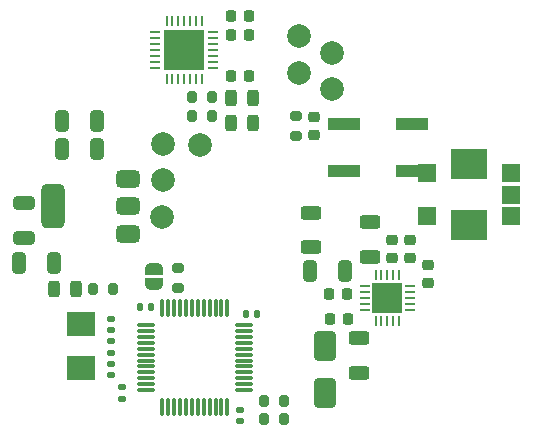
<source format=gbr>
%TF.GenerationSoftware,KiCad,Pcbnew,8.0.6*%
%TF.CreationDate,2025-02-16T20:57:11+01:00*%
%TF.ProjectId,TUSS4470_shield,54555353-3434-4373-905f-736869656c64,rev?*%
%TF.SameCoordinates,Original*%
%TF.FileFunction,Soldermask,Top*%
%TF.FilePolarity,Negative*%
%FSLAX46Y46*%
G04 Gerber Fmt 4.6, Leading zero omitted, Abs format (unit mm)*
G04 Created by KiCad (PCBNEW 8.0.6) date 2025-02-16 20:57:11*
%MOMM*%
%LPD*%
G01*
G04 APERTURE LIST*
G04 Aperture macros list*
%AMRoundRect*
0 Rectangle with rounded corners*
0 $1 Rounding radius*
0 $2 $3 $4 $5 $6 $7 $8 $9 X,Y pos of 4 corners*
0 Add a 4 corners polygon primitive as box body*
4,1,4,$2,$3,$4,$5,$6,$7,$8,$9,$2,$3,0*
0 Add four circle primitives for the rounded corners*
1,1,$1+$1,$2,$3*
1,1,$1+$1,$4,$5*
1,1,$1+$1,$6,$7*
1,1,$1+$1,$8,$9*
0 Add four rect primitives between the rounded corners*
20,1,$1+$1,$2,$3,$4,$5,0*
20,1,$1+$1,$4,$5,$6,$7,0*
20,1,$1+$1,$6,$7,$8,$9,0*
20,1,$1+$1,$8,$9,$2,$3,0*%
%AMFreePoly0*
4,1,19,0.500000,-0.750000,0.000000,-0.750000,0.000000,-0.744911,-0.071157,-0.744911,-0.207708,-0.704816,-0.327430,-0.627875,-0.420627,-0.520320,-0.479746,-0.390866,-0.500000,-0.250000,-0.500000,0.250000,-0.479746,0.390866,-0.420627,0.520320,-0.327430,0.627875,-0.207708,0.704816,-0.071157,0.744911,0.000000,0.744911,0.000000,0.750000,0.500000,0.750000,0.500000,-0.750000,0.500000,-0.750000,
$1*%
%AMFreePoly1*
4,1,19,0.000000,0.744911,0.071157,0.744911,0.207708,0.704816,0.327430,0.627875,0.420627,0.520320,0.479746,0.390866,0.500000,0.250000,0.500000,-0.250000,0.479746,-0.390866,0.420627,-0.520320,0.327430,-0.627875,0.207708,-0.704816,0.071157,-0.744911,0.000000,-0.744911,0.000000,-0.750000,-0.500000,-0.750000,-0.500000,0.750000,0.000000,0.750000,0.000000,0.744911,0.000000,0.744911,
$1*%
G04 Aperture macros list end*
%ADD10RoundRect,0.250000X-0.650000X0.325000X-0.650000X-0.325000X0.650000X-0.325000X0.650000X0.325000X0*%
%ADD11RoundRect,0.250000X-0.625000X0.312500X-0.625000X-0.312500X0.625000X-0.312500X0.625000X0.312500X0*%
%ADD12RoundRect,0.140000X-0.170000X0.140000X-0.170000X-0.140000X0.170000X-0.140000X0.170000X0.140000X0*%
%ADD13RoundRect,0.200000X-0.200000X-0.275000X0.200000X-0.275000X0.200000X0.275000X-0.200000X0.275000X0*%
%ADD14RoundRect,0.250000X0.625000X-0.312500X0.625000X0.312500X-0.625000X0.312500X-0.625000X-0.312500X0*%
%ADD15C,2.000000*%
%ADD16RoundRect,0.135000X-0.185000X0.135000X-0.185000X-0.135000X0.185000X-0.135000X0.185000X0.135000X0*%
%ADD17RoundRect,0.140000X0.140000X0.170000X-0.140000X0.170000X-0.140000X-0.170000X0.140000X-0.170000X0*%
%ADD18RoundRect,0.200000X0.275000X-0.200000X0.275000X0.200000X-0.275000X0.200000X-0.275000X-0.200000X0*%
%ADD19RoundRect,0.062500X0.062500X-0.350000X0.062500X0.350000X-0.062500X0.350000X-0.062500X-0.350000X0*%
%ADD20RoundRect,0.062500X0.350000X-0.062500X0.350000X0.062500X-0.350000X0.062500X-0.350000X-0.062500X0*%
%ADD21R,2.500000X2.500000*%
%ADD22RoundRect,0.250000X-0.650000X1.000000X-0.650000X-1.000000X0.650000X-1.000000X0.650000X1.000000X0*%
%ADD23RoundRect,0.200000X0.200000X0.275000X-0.200000X0.275000X-0.200000X-0.275000X0.200000X-0.275000X0*%
%ADD24RoundRect,0.225000X-0.250000X0.225000X-0.250000X-0.225000X0.250000X-0.225000X0.250000X0.225000X0*%
%ADD25RoundRect,0.250000X0.325000X0.650000X-0.325000X0.650000X-0.325000X-0.650000X0.325000X-0.650000X0*%
%ADD26RoundRect,0.243750X-0.243750X-0.456250X0.243750X-0.456250X0.243750X0.456250X-0.243750X0.456250X0*%
%ADD27RoundRect,0.075000X-0.662500X-0.075000X0.662500X-0.075000X0.662500X0.075000X-0.662500X0.075000X0*%
%ADD28RoundRect,0.075000X-0.075000X-0.662500X0.075000X-0.662500X0.075000X0.662500X-0.075000X0.662500X0*%
%ADD29R,2.800000X1.000000*%
%ADD30RoundRect,0.225000X-0.225000X-0.250000X0.225000X-0.250000X0.225000X0.250000X-0.225000X0.250000X0*%
%ADD31RoundRect,0.140000X-0.140000X-0.170000X0.140000X-0.170000X0.140000X0.170000X-0.140000X0.170000X0*%
%ADD32RoundRect,0.225000X0.225000X0.250000X-0.225000X0.250000X-0.225000X-0.250000X0.225000X-0.250000X0*%
%ADD33RoundRect,0.375000X0.625000X0.375000X-0.625000X0.375000X-0.625000X-0.375000X0.625000X-0.375000X0*%
%ADD34RoundRect,0.500000X0.500000X1.400000X-0.500000X1.400000X-0.500000X-1.400000X0.500000X-1.400000X0*%
%ADD35FreePoly0,90.000000*%
%ADD36FreePoly1,90.000000*%
%ADD37R,3.050000X2.600000*%
%ADD38R,1.524000X1.524000*%
%ADD39R,2.400000X2.000000*%
%ADD40RoundRect,0.225000X0.250000X-0.225000X0.250000X0.225000X-0.250000X0.225000X-0.250000X-0.225000X0*%
%ADD41RoundRect,0.062500X0.337500X0.062500X-0.337500X0.062500X-0.337500X-0.062500X0.337500X-0.062500X0*%
%ADD42RoundRect,0.062500X0.062500X0.337500X-0.062500X0.337500X-0.062500X-0.337500X0.062500X-0.337500X0*%
%ADD43R,3.350000X3.350000*%
G04 APERTURE END LIST*
D10*
%TO.C,C17*%
X81725000Y-92725000D03*
X81725000Y-95675000D03*
%TD*%
D11*
%TO.C,R2*%
X111000000Y-94337500D03*
X111000000Y-97262500D03*
%TD*%
D12*
%TO.C,C27*%
X89100000Y-106320000D03*
X89100000Y-107280000D03*
%TD*%
D13*
%TO.C,R7*%
X87575000Y-100000000D03*
X89225000Y-100000000D03*
%TD*%
%TO.C,R9*%
X102075000Y-111000000D03*
X103725000Y-111000000D03*
%TD*%
D14*
%TO.C,Y1*%
X106000000Y-96462500D03*
X106000000Y-93537500D03*
%TD*%
D15*
%TO.C,TP7*%
X105000000Y-81700000D03*
%TD*%
D16*
%TO.C,R15*%
X89100000Y-104390000D03*
X89100000Y-105410000D03*
%TD*%
D17*
%TO.C,C25*%
X92480000Y-101500000D03*
X91520000Y-101500000D03*
%TD*%
D18*
%TO.C,R13*%
X104800000Y-87025000D03*
X104800000Y-85375000D03*
%TD*%
D19*
%TO.C,U1*%
X111500000Y-102675000D03*
X112000000Y-102675000D03*
X112500000Y-102675000D03*
X113000000Y-102675000D03*
X113500000Y-102675000D03*
D20*
X114437500Y-101737500D03*
X114437500Y-101237500D03*
X114437500Y-100737500D03*
X114437500Y-100237500D03*
X114437500Y-99737500D03*
D19*
X113500000Y-98800000D03*
X113000000Y-98800000D03*
X112500000Y-98800000D03*
X112000000Y-98800000D03*
X111500000Y-98800000D03*
D20*
X110562500Y-99737500D03*
X110562500Y-100237500D03*
X110562500Y-100737500D03*
X110562500Y-101237500D03*
X110562500Y-101737500D03*
D21*
X112500000Y-100737500D03*
%TD*%
D22*
%TO.C,D1*%
X107200000Y-104800000D03*
X107200000Y-108800000D03*
%TD*%
D23*
%TO.C,R8*%
X103725000Y-109500000D03*
X102075000Y-109500000D03*
%TD*%
D24*
%TO.C,C5*%
X112900000Y-95825000D03*
X112900000Y-97375000D03*
%TD*%
D23*
%TO.C,R10*%
X97645000Y-85350000D03*
X95995000Y-85350000D03*
%TD*%
D12*
%TO.C,C29*%
X100000000Y-110220000D03*
X100000000Y-111180000D03*
%TD*%
D25*
%TO.C,C12*%
X87875000Y-85800000D03*
X84925000Y-85800000D03*
%TD*%
D26*
%TO.C,D5*%
X84237500Y-100000000D03*
X86112500Y-100000000D03*
%TD*%
D15*
%TO.C,TP4*%
X93500000Y-87700000D03*
%TD*%
%TO.C,TP3*%
X96600000Y-87800000D03*
%TD*%
D27*
%TO.C,U4*%
X92037500Y-103050000D03*
X92037500Y-103550000D03*
X92037500Y-104050000D03*
X92037500Y-104550000D03*
X92037500Y-105050000D03*
X92037500Y-105550000D03*
X92037500Y-106050000D03*
X92037500Y-106550000D03*
X92037500Y-107050000D03*
X92037500Y-107550000D03*
X92037500Y-108050000D03*
X92037500Y-108550000D03*
D28*
X93450000Y-109962500D03*
X93950000Y-109962500D03*
X94450000Y-109962500D03*
X94950000Y-109962500D03*
X95450000Y-109962500D03*
X95950000Y-109962500D03*
X96450000Y-109962500D03*
X96950000Y-109962500D03*
X97450000Y-109962500D03*
X97950000Y-109962500D03*
X98450000Y-109962500D03*
X98950000Y-109962500D03*
D27*
X100362500Y-108550000D03*
X100362500Y-108050000D03*
X100362500Y-107550000D03*
X100362500Y-107050000D03*
X100362500Y-106550000D03*
X100362500Y-106050000D03*
X100362500Y-105550000D03*
X100362500Y-105050000D03*
X100362500Y-104550000D03*
X100362500Y-104050000D03*
X100362500Y-103550000D03*
X100362500Y-103050000D03*
D28*
X98950000Y-101637500D03*
X98450000Y-101637500D03*
X97950000Y-101637500D03*
X97450000Y-101637500D03*
X96950000Y-101637500D03*
X96450000Y-101637500D03*
X95950000Y-101637500D03*
X95450000Y-101637500D03*
X94950000Y-101637500D03*
X94450000Y-101637500D03*
X93950000Y-101637500D03*
X93450000Y-101637500D03*
%TD*%
D24*
%TO.C,C8*%
X115900000Y-97925000D03*
X115900000Y-99475000D03*
%TD*%
D29*
%TO.C,SW2*%
X108800000Y-86000000D03*
X114600000Y-86000000D03*
X108800000Y-90000000D03*
X114600000Y-90000000D03*
%TD*%
D30*
%TO.C,C23*%
X99225000Y-82000000D03*
X100775000Y-82000000D03*
%TD*%
D31*
%TO.C,C28*%
X100520000Y-102100000D03*
X101480000Y-102100000D03*
%TD*%
D25*
%TO.C,C16*%
X84300000Y-97800000D03*
X81350000Y-97800000D03*
%TD*%
D26*
%TO.C,D8*%
X99282500Y-83850000D03*
X101157500Y-83850000D03*
%TD*%
D15*
%TO.C,TP6*%
X93400000Y-93900000D03*
%TD*%
D25*
%TO.C,C6*%
X108875000Y-98500000D03*
X105925000Y-98500000D03*
%TD*%
D32*
%TO.C,C22*%
X100795000Y-78450000D03*
X99245000Y-78450000D03*
%TD*%
D15*
%TO.C,TP5*%
X93500000Y-90800000D03*
%TD*%
D33*
%TO.C,U2*%
X90525000Y-95300000D03*
X90525000Y-93000000D03*
D34*
X84225000Y-93000000D03*
D33*
X90525000Y-90700000D03*
%TD*%
D24*
%TO.C,C24*%
X106300000Y-85425000D03*
X106300000Y-86975000D03*
%TD*%
D35*
%TO.C,JP7*%
X92700000Y-99575000D03*
D36*
X92700000Y-98275000D03*
%TD*%
D11*
%TO.C,R1*%
X110100000Y-104137500D03*
X110100000Y-107062500D03*
%TD*%
D15*
%TO.C,TP2*%
X105000000Y-78600000D03*
%TD*%
D32*
%TO.C,C3*%
X109075000Y-100400000D03*
X107525000Y-100400000D03*
%TD*%
D26*
%TO.C,D6*%
X99245000Y-85950000D03*
X101120000Y-85950000D03*
%TD*%
D15*
%TO.C,TP8*%
X107800000Y-80000000D03*
%TD*%
D37*
%TO.C,T1*%
X119445000Y-89385000D03*
X119445000Y-94615000D03*
D38*
X115890000Y-90150000D03*
X115890000Y-93850000D03*
X123000000Y-93850000D03*
X123000000Y-92000000D03*
X123000000Y-90150000D03*
%TD*%
D39*
%TO.C,Y2*%
X86600000Y-102950000D03*
X86600000Y-106650000D03*
%TD*%
D12*
%TO.C,C26*%
X89100000Y-102520000D03*
X89100000Y-103480000D03*
%TD*%
%TO.C,C30*%
X90000000Y-108320000D03*
X90000000Y-109280000D03*
%TD*%
D32*
%TO.C,C7*%
X109175000Y-102500000D03*
X107625000Y-102500000D03*
%TD*%
D18*
%TO.C,R14*%
X94800000Y-99900000D03*
X94800000Y-98250000D03*
%TD*%
D15*
%TO.C,TP1*%
X107800000Y-83100000D03*
%TD*%
D40*
%TO.C,C4*%
X114400000Y-97375000D03*
X114400000Y-95825000D03*
%TD*%
D23*
%TO.C,R12*%
X97645000Y-83750000D03*
X95995000Y-83750000D03*
%TD*%
D25*
%TO.C,C11*%
X87875000Y-88150000D03*
X84925000Y-88150000D03*
%TD*%
D32*
%TO.C,C21*%
X100795000Y-76850000D03*
X99245000Y-76850000D03*
%TD*%
D41*
%TO.C,U3*%
X97750000Y-81250000D03*
X97750000Y-80750000D03*
X97750000Y-80250000D03*
X97750000Y-79750000D03*
X97750000Y-79250000D03*
X97750000Y-78750000D03*
X97750000Y-78250000D03*
D42*
X96800000Y-77300000D03*
X96300000Y-77300000D03*
X95800000Y-77300000D03*
X95300000Y-77300000D03*
X94800000Y-77300000D03*
X94300000Y-77300000D03*
X93800000Y-77300000D03*
D41*
X92850000Y-78250000D03*
X92850000Y-78750000D03*
X92850000Y-79250000D03*
X92850000Y-79750000D03*
X92850000Y-80250000D03*
X92850000Y-80750000D03*
X92850000Y-81250000D03*
D42*
X93800000Y-82200000D03*
X94300000Y-82200000D03*
X94800000Y-82200000D03*
X95300000Y-82200000D03*
X95800000Y-82200000D03*
X96300000Y-82200000D03*
X96800000Y-82200000D03*
D43*
X95300000Y-79750000D03*
%TD*%
M02*

</source>
